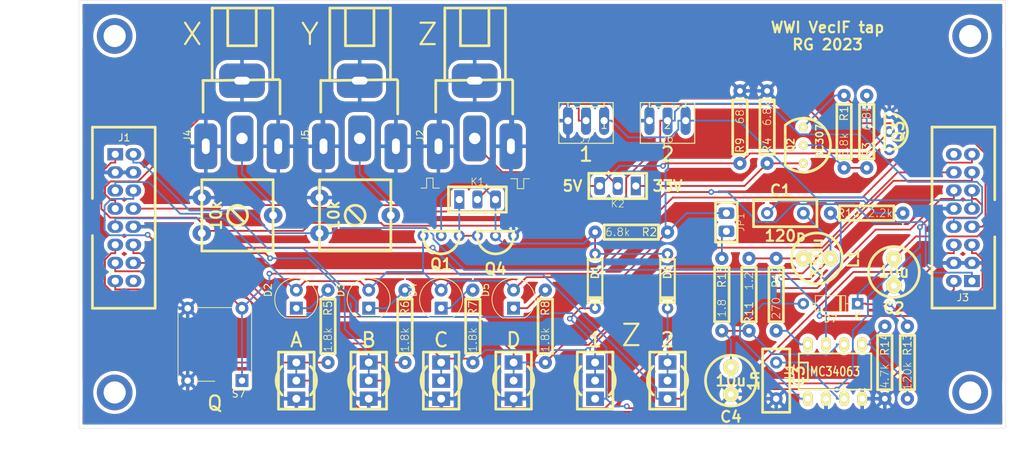
<source format=kicad_pcb>
(kicad_pcb (version 20211014) (generator pcbnew)
  (layers (0 "F.Cu" signal) (31 "B.Cu" signal) (34 "B.Paste" user) (35 "F.Paste" user) (36 "B.SilkS" user "B.Silkscreen") (37 "F.SilkS" user "F.Silkscreen") (38 "B.Mask" user) (39 "F.Mask" user) (44 "Edge.Cuts" user))
  (net 0 "")
  (net 1 "/Xout")
  (net 2 "GND")
  (net 3 "/Z1")
  (net 4 "/gun1")
  (net 5 "+5V")
  (net 6 "/GPIO5")
  (net 7 "/GPIO20")
  (net 8 "/isKEY")
  (net 9 "/Yout")
  (net 10 "/Z2")
  (net 11 "/gun2")
  (net 12 "/GPIO6")
  (net 13 "/GPIO21")
  (net 14 "Net-(C1-Pad1)")
  (net 15 "Net-(C1-Pad2)")
  (net 16 "Net-(J5-Pad1)")
  (net 17 "/33V")
  (net 18 "Net-(K1-Pad3)")
  (net 19 "Net-(C3-Pad1)")
  (net 20 "Net-(C4-Pad1)")
  (net 21 "Net-(D1-Pad1)")
  (net 22 "Net-(D1-Pad2)")
  (net 23 "Net-(D2-PadK)")
  (net 24 "Net-(D3-PadK)")
  (net 25 "Net-(D4-PadK)")
  (net 26 "Net-(D5-PadK)")
  (net 27 "Net-(D6-Pad1)")
  (net 29 "Net-(J2-Pad1)")
  (net 31 "Net-(J4-Pad1)")
  (net 32 "Net-(JP1-Pad1)")
  (net 33 "Net-(K1-Pad2)")
  (net 34 "Net-(K2-Pad3)")
  (net 35 "Net-(L1-Pad1)")
  (net 36 "Net-(Q3-PadD)")
  (net 37 "Net-(Q2-PadB)")
  (net 38 "Net-(R12-Pad2)")
  (net 39 "Net-(R13-Pad2)")
  (footprint "RG:Pins_2" (layer "F.Cu") (at 90.805 31.115 90)
    (fp_text reference "JP1")
    (fp_text value "Jumper_2_Open" hide)
  )
  (footprint "RG:Sw-T101-Um" (layer "F.Cu") (at 82.55 53.34 -90)
    (fp_text reference "S2" hide)
    (fp_text value "TASTERU" hide)
  )
  (footprint "RG:TO-92_RG_EBC" (layer "F.Cu") (at 101.6 20.32 90)
    (fp_text reference "Q2")
    (fp_text value "BC307")
  )
  (footprint "RG:R4-2" (layer "F.Cu") (at 96.52 17.78 90)
    (fp_text reference "R4")
    (fp_text value "6.8k")
  )
  (footprint "RG:Pins_3" (layer "F.Cu") (at 75.565 26.035)
    (fp_text reference "K2")
    (fp_text value "1UM" hide)
  )
  (footprint "RG:Bohrloch3mm" (layer "F.Cu") (at 125 55)
    (fp_text reference "Y1" hide)
    (fp_text value "3mm" hide)
  )
  (footprint "RG:R4-2" (layer "F.Cu") (at 110.49 18.415 90)
    (fp_text reference "R3")
    (fp_text value "6.8k")
  )
  (footprint "Diode_THT:D_DO-35_SOD27_P7.62mm_Horizontal" (layer "F.Cu") (at 109.22 42.545 180)
    (fp_text reference "D7")
    (fp_text value "1N4937")
  )
  (footprint "RG:Cinch_liegend" (layer "F.Cu") (at 55.499 19.3675 90)
    (fp_text reference "J2")
    (fp_text value "Z")
  )
  (footprint "RG:LED_D5.0mm" (layer "F.Cu") (at 40.64 41.91 90)
    (fp_text reference "D3")
    (fp_text value "LED")
  )
  (footprint "RG:R4-2" (layer "F.Cu") (at 45.72 45.72 -90)
    (fp_text reference "R6")
    (fp_text value "1.8k")
  )
  (footprint "RG:Cinch_liegend" (layer "F.Cu") (at 39.37 19.3675 90)
    (fp_text reference "J5")
    (fp_text value "Y")
  )
  (footprint "RG:Sw-T101-Um" (layer "F.Cu") (at 60.96 53.34 -90)
    (fp_text reference "S6" hide)
    (fp_text value "TASTERU" hide)
  )
  (footprint "RG:C2-2" (layer "F.Cu") (at 99.06 29.845)
    (fp_text reference "C1")
    (fp_text value "120p")
  )
  (footprint "RG:D3" (layer "F.Cu") (at 82.55 38.1 -90)
    (fp_text reference "D6")
    (fp_text value "BAT42" hide)
  )
  (footprint "RG:PSS_3" (layer "F.Cu") (at 71.12 16.8752)
    (fp_text reference "J7")
    (fp_text value "Conn_01x03" hide)
  )
  (footprint "RG:ACP-CA9V10-Trimmer" (layer "F.Cu") (at 38.735 30.1625 -90)
    (fp_text reference "RV2" hide)
    (fp_text value "10k")
  )
  (footprint "RG:R4-2" (layer "F.Cu") (at 65.405 45.72 -90)
    (fp_text reference "R8")
    (fp_text value "1.8k")
  )
  (footprint "RG:PSS_3" (layer "F.Cu") (at 82.55 16.8752)
    (fp_text reference "J6")
    (fp_text value "Conn_01x03" hide)
  )
  (footprint "RG:FETsgd_inline" (layer "F.Cu") (at 58.42 33.02 -90)
    (fp_text reference "Q4")
    (fp_text value "BS170" hide)
  )
  (footprint "RG:R4-2" (layer "F.Cu") (at 90.17 41.275 -90)
    (fp_text reference "R15")
    (fp_text value "1.8")
  )
  (footprint "RG:Bohrloch3mm" (layer "F.Cu") (at 125 5)
    (fp_text reference "Y3" hide)
    (fp_text value "3mm" hide)
  )
  (footprint "RG:Pins_3" (layer "F.Cu") (at 55.88 27.94 180)
    (fp_text reference "K1")
    (fp_text value "1UM" hide)
  )
  (footprint "RG:LED_D5.0mm" (layer "F.Cu") (at 30.48 41.91 90)
    (fp_text reference "D2")
    (fp_text value "LED")
  )
  (footprint "RG:R4-2" (layer "F.Cu") (at 116.205 50.8 -90)
    (fp_text reference "R13")
    (fp_text value "120k")
  )
  (footprint "RG:C2-2" (layer "F.Cu") (at 97.79 53.34 -90)
    (fp_text reference "C3")
    (fp_text value "1n")
  )
  (footprint "RG:Sw-T101-Um" (layer "F.Cu") (at 72.39 53.34 -90)
    (fp_text reference "S1" hide)
    (fp_text value "TASTERU" hide)
  )
  (footprint "RG:R4-2" (layer "F.Cu") (at 77.47 32.512 180)
    (fp_text reference "R2")
    (fp_text value "6.8k")
  )
  (footprint "RG:LED_D5.0mm" (layer "F.Cu") (at 50.8 41.91 90)
    (fp_text reference "D4")
    (fp_text value "LED")
  )
  (footprint "RG:R4-2" (layer "F.Cu") (at 110.49 29.845)
    (fp_text reference "R10")
    (fp_text value "2.2k")
  )
  (footprint "RG:R4-2" (layer "F.Cu") (at 107.315 18.415 -90)
    (fp_text reference "R1")
    (fp_text value "6.8k")
  )
  (footprint "RG:Bohrloch3mm" (layer "F.Cu") (at 5 55)
    (fp_text reference "Y2" hide)
    (fp_text value "3mm" hide)
  )
  (footprint "RG:Cinch_liegend" (layer "F.Cu") (at 22.86 19.3675 90)
    (fp_text reference "J4")
    (fp_text value "X")
  )
  (footprint "RG:Sw-T101-Um" (layer "F.Cu") (at 30.48 53.34 -90)
    (fp_text reference "S3" hide)
    (fp_text value "TASTERU" hide)
  )
  (footprint "RG:ACP-CA9V10-Trimmer" (layer "F.Cu") (at 22.225 30.1573 -90)
    (fp_text reference "RV1" hide)
    (fp_text value "10k")
  )
  (footprint "RG:Bohrloch3mm" (layer "F.Cu") (at 5 5)
    (fp_text reference "Y4" hide)
    (fp_text value "3mm" hide)
  )
  (footprint "RG:D3" (layer "F.Cu") (at 72.39 38.1 -90)
    (fp_text reference "D1")
    (fp_text value "BAT42" hide)
  )
  (footprint "RG:R4-2" (layer "F.Cu") (at 92.71 17.78 90)
    (fp_text reference "R9")
    (fp_text value "68k")
  )
  (footprint "RG:Wannenstecker_2x08_V" (layer "F.Cu") (at 125.25 39.37 180)
    (fp_text reference "J3")
    (fp_text value "Conn_02x08_Odd_Even")
  )
  (footprint "RG:DIP-8_300" (layer "F.Cu") (at 106.045 52.07)
    (fp_text reference "U1")
    (fp_text value "MC34063")
  )
  (footprint "RG:R4-2" (layer "F.Cu") (at 113.03 50.8 -90)
    (fp_text reference "R14")
    (fp_text value "4.7k")
  )
  (footprint "RG:C2-7" (layer "F.Cu") (at 103.505 36.195 -90)
    (fp_text reference "L1")
    (fp_text value "330u")
  )
  (footprint "RG:R4-2" (layer "F.Cu") (at 55.245 45.72 -90)
    (fp_text reference "R7")
    (fp_text value "1.8k")
  )
  (footprint "RG:R4-2" (layer "F.Cu") (at 97.79 41.275 -90)
    (fp_text reference "R12")
    (fp_text value "270")
  )
  (footprint "Button_Switch_THT:SW_MEC_5GTH9" (layer "F.Cu") (at 22.86 53.34 180)
    (fp_text reference "S7")
    (fp_text value "TASTER")
  )
  (footprint "RG:Sw-T101-Um" (layer "F.Cu") (at 50.8 53.34 -90)
    (fp_text reference "S5" hide)
    (fp_text value "TASTERU" hide)
  )
  (footprint "RG:Wannenstecker_2x08_V" (layer "F.Cu") (at 5.08 21.59)
    (fp_text reference "J1")
    (fp_text value "Conn_02x08_Odd_Even")
  )
  (footprint "RG:C2-7" (layer "F.Cu") (at 91.44 53.34 180)
    (fp_text reference "C4")
    (fp_text value "10u")
  )
  (footprint "RG:FETsgd_inline" (layer "F.Cu") (at 113.665 18.415)
    (fp_text reference "Q3")
    (fp_text value "2N7000" hide)
  )
  (footprint "RG:R4-2" (layer "F.Cu") (at 93.98 41.275 90)
    (fp_text reference "R11")
    (fp_text value "1.2")
  )
  (footprint "RG:C2-7" (layer "F.Cu") (at 114.3 38.1 180)
    (fp_text reference "C2")
    (fp_text value "10u")
  )
  (footprint "RG:Sw-T101-Um" (layer "F.Cu") (at 40.64 53.34 -90)
    (fp_text reference "S4" hide)
    (fp_text value "TASTERU" hide)
  )
  (footprint "RG:R4-2" (layer "F.Cu") (at 34.925 45.72 -90)
    (fp_text reference "R5")
    (fp_text value "1.8k")
  )
  (footprint "RG:LED_D5.0mm" (layer "F.Cu") (at 60.96 41.91 90)
    (fp_text reference "D5")
    (fp_text value "LED")
  )
  (footprint "RG:FETsgd_inline" (layer "F.Cu") (at 50.8 33.02 -90)
    (fp_text reference "Q1")
    (fp_text value "BS250" hide)
  )
  (gr_line (start 61.479 25.019) (end 61.479 26.419) (layer "F.SilkS") (width 0.12))
  (gr_line (start 49.661879 26.337467) (end 49.661879 24.937467) (layer "F.SilkS") (width 0.12))
  (gr_line (start 62.379 25.019) (end 63.179 25.019) (layer "F.SilkS") (width 0.12))
  (gr_line (start 60.579 25.019) (end 61.479 25.019) (layer "F.SilkS") (width 0.12))
  (gr_line (start 48.761879 26.337467) (end 47.961879 26.337467) (layer "F.SilkS") (width 0.12))
  (gr_line (start 49.661879 24.937467) (end 48.761879 24.937467) (layer "F.SilkS") (width 0.12))
  (gr_line (start 61.479 26.419) (end 62.379 26.419) (layer "F.SilkS") (width 0.12))
  (gr_line (start 48.761879 24.937467) (end 48.761879 26.337467) (layer "F.SilkS") (width 0.12))
  (gr_line (start 50.561879 26.337467) (end 49.661879 26.337467) (layer "F.SilkS") (width 0.12))
  (gr_line (start 62.379 26.419) (end 62.379 25.019) (layer "F.SilkS") (width 0.12))
  (gr_line (start 130 60) (end 0 60) (layer "Edge.Cuts") (width 0.05))
  (gr_line (start 0 0) (end 130 0) (layer "Edge.Cuts") (width 0.05))
  (gr_line (start 0 60) (end 0 0) (layer "Edge.Cuts") (width 0.05))
  (gr_line (start 130 0) (end 130 60) (layer "Edge.Cuts") (width 0.05))
  (gr_text "Q" (at 19.05 56.515) (layer "F.SilkS") (effects (font (size 2 2) (thickness 0.3))))
  (gr_text "C" (at 50.8 47.625) (layer "F.SilkS") (effects (font (size 2 2) (thickness 0.3))))
  (gr_text "Z" (at 48.894979 4.762467) (layer "F.SilkS") (effects (font (size 3 3) (thickness 0.3))))
  (gr_text "5V" (at 69.215 26.035) (layer "F.SilkS") (effects (font (size 1.5 1.5) (thickness 0.3))))
  (gr_text "1" (at 71.12 21.59) (layer "F.SilkS") (effects (font (size 2 2) (thickness 0.3))))
  (gr_text "A" (at 30.48 47.625) (layer "F.SilkS") (effects (font (size 2 2) (thickness 0.3))))
  (gr_text "D" (at 60.96 47.625) (layer "F.SilkS") (effects (font (size 2 2) (thickness 0.3))))
  (gr_text "WWI VecIF tap\nRG 2023" (at 105 5) (layer "F.SilkS") (effects (font (size 1.5 1.5) (thickness 0.3))))
  (gr_text "33V" (at 82.55 26.035) (layer "F.SilkS") (effects (font (size 1.5 1.5) (thickness 0.3))))
  (gr_text "X" (at 15.874979 4.762467) (layer "F.SilkS") (effects (font (size 3 3) (thickness 0.3))))
  (gr_text "Y" (at 32.384979 4.762467) (layer "F.SilkS") (effects (font (size 3 3) (thickness 0.3))))
  (gr_text "B" (at 40.64 47.625) (layer "F.SilkS") (effects (font (size 2 2) (thickness 0.3))))
  (gr_text "2" (at 82.55 17.51025) (layer "F.SilkS") (effects (font (size 1 1))))
  (gr_text "1" (at 72.39 47.625) (layer "F.SilkS") (effects (font (size 2 2) (thickness 0.3))))
  (gr_text "2" (at 82.55 21.59) (layer "F.SilkS") (effects (font (size 2 2) (thickness 0.3))))
  (gr_text "Z" (at 77.47 46.99) (layer "F.SilkS") (effects (font (size 3 3) (thickness 0.3))))
  (gr_text "2" (at 82.55 47.625) (layer "F.SilkS") (effects (font (size 2 2) (thickness 0.3))))
  (gr_text "1" (at 73.66 17.51025) (layer "F.SilkS") (effects (font (size 1 1))))
  (segment (start 70.3845 31.6091) (end 71.1965 30.7971) (width 0.25) (layer "F.Cu") (net 1))
  (segment (start 3.1463 29.2575) (end 4.3688 30.48) (width 0.25) (layer "F.Cu") (net 1))
  (segment (start 42.758 31.6091) (end 70.3845 31.6091) (width 0.25) (layer "F.Cu") (net 1))
  (segment (start 4.3688 30.48) (end 16.4715 30.48) (width 0.25) (layer "F.Cu") (net 1))
  (segment (start 42.3673 31.2184) (end 42.758 31.6091) (width 0.25) (layer "F.Cu") (net 1))
  (segment (start 3.1463 24.1113) (end 3.1463 29.2575) (width 0.25) (layer "F.Cu") (net 1))
  (segment (start 17.2237 32.3323) (end 31.4286 32.3323) (width 0.25) (layer "F.Cu") (net 1))
  (segment (start 17.2237 32.6573) (end 17.2237 32.3323) (width 0.25) (layer "F.Cu") (net 1))
  (segment (start 5.08 22.7651) (end 4.4925 22.7651) (width 0.25) (layer "F.Cu") (net 1))
  (segment (start 16.4715 30.48) (end 17.2237 31.2322) (width 0.25) (layer "F.Cu") (net 1))
  (segment (start 32.5425 31.2184) (end 42.3673 31.2184) (width 0.25) (layer "F.Cu") (net 1))
  (segment (start 4.4925 22.7651) (end 3.1463 24.1113) (width 0.25) (layer "F.Cu") (net 1))
  (segment (start 5.08 21.59) (end 5.08 22.7651) (width 0.25) (layer "F.Cu") (net 1))
  (segment (start 31.4286 32.3323) (end 32.5425 31.2184) (width 0.25) (layer "F.Cu") (net 1))
  (segment (start 78.4257 30.7971) (end 82.3365 26.8863) (width 0.25) (layer "F.Cu") (net 1))
  (segment (start 71.1965 30.7971) (end 78.4257 30.7971) (width 0.25) (layer "F.Cu") (net 1))
  (segment (start 17.2237 32.3323) (end 17.2237 31.2322) (width 0.25) (layer "F.Cu") (net 1))
  (segment (start 82.3365 26.8863) (end 88.6738 26.8863) (width 0.25) (layer "F.Cu") (net 1))
  (via (at 88.6738 26.8863) (size 0.8) (drill 0.4) (layers "F.Cu" "B.Cu") (net 1))
  (segment (start 118.2175 31.025) (end 118.763 31.5705) (width 0.25) (layer "B.Cu") (net 1))
  (segment (start 119.9285 38.1949) (end 125.25 38.1949) (width 0.25) (layer "B.Cu") (net 1))
  (segment (start 111.2304 31.1101) (end 117.6071 31.1101) (width 0.25) (layer "B.Cu") (net 1))
  (segment (start 117.6071 31.1101) (end 117.6922 31.025) (width 0.25) (layer "B.Cu") (net 1))
  (segment (start 117.6922 31.025) (end 118.2175 31.025) (width 0.25) (layer "B.Cu") (net 1))
  (segment (start 88.6738 26.8863) (end 90.9985 26.8863) (width 0.25) (layer "B.Cu") (net 1))
  (segment (start 97.7673 31.0639) (end 100.2437 28.5875) (width 0.25) (layer "B.Cu") (net 1))
  (segment (start 125.25 39.37) (end 125.25 38.1949) (width 0.25) (layer "B.Cu") (net 1))
  (segment (start 100.2437 28.5875) (end 108.7078 28.5875) (width 0.25) (layer "B.Cu") (net 1))
  (segment (start 118.763 37.0294) (end 119.9285 38.1949) (width 0.25) (layer "B.Cu") (net 1))
  (segment (start 108.7078 28.5875) (end 111.2304 31.1101) (width 0.25) (layer "B.Cu") (net 1))
  (segment (start 95.1761 31.0639) (end 97.7673 31.0639) (width 0.25) (layer "B.Cu") (net 1))
  (segment (start 90.9985 26.8863) (end 95.1761 31.0639) (width 0.25) (layer "B.Cu") (net 1))
  (segment (start 118.763 31.5705) (end 118.763 37.0294) (width 0.25) (layer "B.Cu") (net 1))
  (segment locked (start 50.8 55.88) (end 40.64 55.88) (width 0.5) (layer "B.Cu") (net 2))
  (segment locked (start 60.579 24.384) (end 60.96 24.765) (width 0.5) (layer "B.Cu") (net 2))
  (segment locked (start 39.37 11.2675) (end 34.1275 11.2675) (width 0.5) (layer "B.Cu") (net 2))
  (segment locked (start 93.345 55.245) (end 93.98 55.88) (width 0.5) (layer "B.Cu") (net 2))
  (segment locked (start 60.96 55.88) (end 50.8 55.88) (width 0.5) (layer "B.Cu") (net 2))
  (segment locked (start 17.3106 20.6829) (end 17.526 20.4675) (width 0.5) (layer "B.Cu") (net 2))
  (segment locked (start 118.745 48.26) (end 123.825 43.18) (width 0.5) (layer "B.Cu") (net 2))
  (segment locked (start 123.825 43.18) (end 127.635 43.18) (width 0.5) (layer "B.Cu") (net 2))
  (segment (start 50.419 20.4675) (end 50.6375 20.249) (width 0.5) (layer "B.Cu") (net 2))
  (segment locked (start 60.579 20.4675) (end 60.579 24.384) (width 0.5) (layer "B.Cu") (net 2))
  (segment locked (start 68.58 11.43) (end 68.58 16.8752) (width 0.5) (layer "B.Cu") (net 2))
  (segment (start 7.62 31.75) (end 10.795 31.75) (width 0.5) (layer "B.Cu") (net 2))
  (segment locked (start 9.0525 11.2675) (end 1.905 18.415) (width 0.5) (layer "B.Cu") (net 2))
  (segment locked (start 93.98 55.88) (end 97.79 55.88) (width 0.5) (layer "B.Cu") (net 2))
  (segment locked (start 91.44 55.245) (end 93.345 55.245) (width 0.5) (layer "B.Cu") (net 2))
  (segment locked (start 17.2237 27.6573) (end 17.2237 25.3213) (width 0.5) (layer "B.Cu") (net 2))
  (segment locked (start 118.745 58.42) (end 118.745 48.895) (width 0.5) (layer "B.Cu") (net 2))
  (segment locked (start 67.31 58.42) (end 97.79 58.42) (width 0.5) (layer "B.Cu") (net 2))
  (segment locked (start 60.7975 20.249) (end 60.579 20.4675) (width 0.5) (layer "B.Cu") (net 2))
  (segment locked (start 40.64 55.88) (end 30.48 55.88) (width 0.5) (layer "B.Cu") (net 2))
  (segment locked (start 34.1275 11.2675) (end 28.1025 11.2675) (width 0.5) (layer "B.Cu") (net 2))
  (segment locked (start 104.775 58.42) (end 109.855 58.42) (width 0.5) (layer "B.Cu") (net 2))
  (segment locked (start 125.25 36.83) (end 122.71 36.83) (width 0.5) (layer "B.Cu") (net 2))
  (segment locked (start 15.24 53.34) (end 15.24 43.18) (width 0.5) (layer "B.Cu") (net 2))
  (segment locked (start 96.52 12.7) (end 98.425 10.795) (width 0.5) (layer "B.Cu") (net 2))
  (segment locked (start 22.86 11.2675) (end 17.9425 11.2675) (width 0.5) (layer "B.Cu") (net 2))
  (segment locked (start 96.52 12.7) (end 92.71 12.7) (width 0.5) (layer "B.Cu") (net 2))
  (segment locked (start 97.79 58.42) (end 97.79 55.88) (width 0.5) (layer "B.Cu") (net 2))
  (segment (start 50.6375 20.249) (end 50.6375 11.2675) (width 0.5) (layer "B.Cu") (net 2))
  (segment locked (start 64.77 55.88) (end 67.31 58.42) (width 0.5) (layer "B.Cu") (net 2))
  (segment locked (start 113.03 55.88) (end 113.03 58.42) (width 0.5) (layer "B.Cu") (net 2))
  (segment locked (start 127.635 15.875) (end 127.635 36.83) (width 0.5) (layer "B.Cu") (net 2))
  (segment locked (start 15.24 55.88) (end 15.24 53.34) (width 0.5) (layer "B.Cu") (net 2))
  (segment locked (start 104.775 58.42) (end 104.775 55.88) (width 0.5) (layer "B.Cu") (net 2))
  (segment locked (start 113.665 15.875) (end 127.635 15.875) (width 0.5) (layer "B.Cu") (net 2))
  (segment locked (start 79.8475 11.2675) (end 91.2775 11.2675) (width 0.5) (layer "B.Cu") (net 2))
  (segment locked (start 7.62 24.13) (end 5.08 24.13) (width 0.5) (layer "B.Cu") (net 2))
  (segment locked (start 127.635 36.83) (end 125.25 36.83) (width 0.5) (layer "B.Cu") (net 2))
  (segment locked (start 34.036 11.359) (end 34.1275 11.2675) (width 0.5) (layer "B.Cu") (net 2))
  (segment locked (start 44.6125 11.2675) (end 39.37 11.2675) (width 0.5) (layer "B.Cu") (net 2))
  (segment locked (start 113.665 10.795) (end 113.665 15.875) (width 0.5) (layer "B.Cu") (net 2))
  (segment locked (start 17.2237 25.3213) (end 17.78 24.765) (width 0.5) (layer "B.Cu") (net 2))
  (segment locked (start 60.7975 11.2675) (end 67.7825 11.2675) (width 0.5) (layer "B.Cu") (net 2))
  (segment locked (start 60.579 20.4675) (end 60.325 20.2135) (width 0.5) (layer "B.Cu") (net 2))
  (segment locked (start 118.745 48.26) (end 118.745 48.895) (width 0.5) (layer "B.Cu") (net 2))
  (segment locked (start 17.9425 11.2675) (end 9.0525 11.2675) (width 0.5) (layer "B.Cu") (net 2))
  (segment locked (start 109.855 58.42) (end 109.855 55.88) (width 0.5) (layer "B.Cu") (net 2))
  (segment locked (start 30.48 55.88) (end 15.24 55.88) (width 0.5) (layer "B.Cu") (net 2))
  (segment locked (start 33.7337 27.6625) (end 33.7337 25.3213) (width 0.5) (layer "B.Cu") (net 2))
  (segment (start 119.38 29.21) (end 119.38 36.83) (width 0.5) (layer "B.Cu") (net 2))
  (segment locked (start 98.425 10.795) (end 113.665 10.795) (width 0.5) (layer "B.Cu") (net 2))
  (segment locked (start 55.88 11.2675) (end 55.499 11.2675) (width 0.5) (layer "B.Cu") (net 2))
  (segment locked (start 1.905 18.415) (end 1.905 24.13) (width 0.5) (layer "B.Cu") (net 2))
  (segment locked (start 118.745 44.45) (end 118.745 48.26) (width 0.5) (layer "B.Cu") (net 2))
  (segment locked (start 44.45 11.43) (end 44.45 20.4675) (width 0.5) (layer "B.Cu") (net 2))
  (segment locked (start 118.745 48.895) (end 118.745 48.26) (width 0.5) (layer "B.Cu") (net 2))
  (segment locked (start 27.94 11.43) (end 28.1025 11.2675) (width 0.5) (layer "B.Cu") (net 2))
  (segment locked (start 44.6125 11.2675) (end 44.45 11.43) (width 0.5) (layer "B.Cu") (net 2))
  (segment locked (start 60.7975 11.2675) (end 60.7975 20.249) (width 0.5) (layer "B.Cu") (net 2))
  (segment locked (start 34.1275 11.2675) (end 34.1275 20.305) (width 0.5) (layer "B.Cu") (net 2))
  (segment locked (start 60.96 55.88) (end 64.77 55.88) (width 0.5) (layer "B.Cu") (net 2))
  (segment (start 1.905 43.18) (end 10.795 43.18) (width 0.5) (layer "B.Cu") (net 2))
  (segment locked (start 67.7825 11.2675) (end 68.4175 11.2675) (width 0.5) (layer "B.Cu") (net 2))
  (segment locked (start 68.4175 11.2675) (end 79.8475 11.2675) (width 0.5) (layer "B.Cu") (net 2))
  (segment locked (start 33.7337 25.3213) (end 34.29 24.765) (width 0.5) (layer "B.Cu") (net 2))
  (segment locked (start 28.1025 11.2675) (end 22.86 11.2675) (width 0.5) (layer "B.Cu") (net 2))
  (segment (start 10.795 31.75) (end 10.795 43.18) (width 0.5) (layer "B.Cu") (net 2))
  (segment locked (start 34.29 24.765) (end 34.29 20.4675) (width 0.5) (layer "B.Cu") (net 2))
  (segment locked (start 1.905 24.13) (end 1.905 43.18) (width 0.5) (layer "B.Cu") (net 2))
  (segment locked (start 91.2775 11.2675) (end 92.71 12.7) (width 0.5) (layer "B.Cu") (net 2))
  (segment locked (start 67.7825 11.2675) (end 68.4175 11.2675) (width 0.5) (layer "B.Cu") (net 2))
  (segment locked (start 34.1275 20.305) (end 34.29 20.4675) (width 0.5) (layer "B.Cu") (net 2))
  (segment locked (start 113.03 55.88) (end 109.855 55.88) (width 0.5) (layer "B.Cu") (net 2))
  (segment (start 119.38 36.83) (end 122.71 36.83) (width 0.5) (layer "B.Cu") (net 2))
  (segment (start 55.499 11.2675) (end 50.6375 11.2675) (width 0.5) (layer "B.Cu") (net 2))
  (segment locked (start 17.78 24.765) (end 17.78 20.4675) (width 0.5) (layer "B.Cu") (net 2))
  (segment locked (start 60.96 24.765) (end 60.96 33.02) (width 0.5) (layer "B.Cu") (net 2))
  (segment (start 122.71 29.21) (end 119.38 29.21) (width 0.5) (layer "B.Cu") (net 2))
  (segment locked (start 80.01 16.8752) (end 80.01 11.43) (width 0.5) (layer "B.Cu") (net 2))
  (segment locked (start 17.9425 11.2675) (end 17.78 11.43) (width 0.5) (layer "B.Cu") (net 2))
  (segment locked (start 97.79 58.42) (end 104.775 58.42) (width 0.5) (layer "B.Cu") (net 2))
  (segment locked (start 55.88 11.2675) (end 60.7975 11.2675) (width 0.5) (layer "B.Cu") (net 2))
  (segment (start 10.795 43.18) (end 15.24 43.18) (width 0.5) (layer "B.Cu") (net 2))
  (segment locked (start 27.94 20.4675) (end 27.94 11.43) (width 0.5) (layer "B.Cu") (net 2))
  (segment locked (start 113.03 58.42) (end 118.745 58.42) (width 0.5) (layer "B.Cu") (net 2))
  (segment locked (start 17.78 27.3703) (end 17.493 27.6573) (width 0.5) (layer "B.Cu") (net 2))
  (segment locked (start 127.635 43.18) (end 127.635 36.83) (width 0.5) (layer "B.Cu") (net 2))
  (segment locked (start 1.905 24.13) (end 5.08 24.13) (width 0.5) (layer "B.Cu") (net 2))
  (segment (start 50.6375 11.2675) (end 44.6125 11.2675) (width 0.5) (layer "B.Cu") (net 2))
  (segment locked (start 68.4175 11.2675) (end 68.58 11.43) (width 0.5) (layer "B.Cu") (net 2))
  (segment locked (start 17.78 11.43) (end 17.78 20.4675) (width 0.5) (layer "B.Cu") (net 2))
  (segment locked (start 55.499 11.2675) (end 55.88 11.2675) (width 0.5) (layer "B.Cu") (net 2))
  (segment locked (start 34.29 27.1062) (end 33.7337 27.6625) (width 0.5) (layer "B.Cu") (net 2))
  (segment locked (start 80.01 11.43) (end 79.8475 11.2675) (width 0.5) (layer "B.Cu") (net 2))
  (segment locked (start 114.3 40.005) (end 118.745 44.45) (width 0.5) (layer "B.Cu") (net 2))
  (segment (start 125.25 34.29) (end 125.25 35.4651) (width 0.25) (layer "F.Cu") (net 3))
  (segment (start 125.25 35.4651) (end 125.8375 35.4651) (width 0.25) (layer "F.Cu") (net 3))
  (segment (start 126.7279 40.3058) (end 113.307 53.7267) (width 0.25) (layer "F.Cu") (net 3))
  (segment (start 113.307 53.7267) (end 89.3848 53.7267) (width 0.25) (layer "F.Cu") (net 3))
  (segment (start 77.1043 57.2047) (end 76.8373 56.9377) (width 0.25) (layer "F.Cu") (net 3))
  (segment (start 125.8375 35.4651) (end 126.7279 36.3555) (width 0.25) (layer "F.Cu") (net 3))
  (segment (start 89.3848 53.7267) (end 85.9068 57.2047) (width 0.25) (layer "F.Cu") (net 3))
  (segment (start 85.9068 57.2047) (end 77.1043 57.2047) (width 0.25) (layer "F.Cu") (net 3))
  (segment (start 126.7279 36.3555) (end 126.7279 40.3058) (width 0.25) (layer "F.Cu") (net 3))
  (via (at 76.8373 56.9377) (size 0.8) (drill 0.4) (layers "F.Cu" "B.Cu") (net 3))
  (segment (start 31.4489 34.7574) (end 38.8765 42.185) (width 0.25) (layer "B.Cu") (net 3))
  (segment (start 26.4096 34.7574) (end 31.4489 34.7574) (width 0.25) (layer "B.Cu") (net 3))
  (segment (start 72.39 55.88) (end 73.9648 55.88) (width 0.25) (layer "B.Cu") (net 3))
  (segment (start 65.3096 43.8782) (end 69.1564 43.8782) (width 0.25) (layer "B.Cu") (net 3))
  (segment (start 9.758 25.4949) (end 14.1909 29.9278) (width 0.25) (layer "B.Cu") (net 3))
  (segment (start 69.1564 43.8782) (end 73.9648 48.6866) (width 0.25) (layer "B.Cu") (net 3))
  (segment (start 5.08 25.4949) (end 9.758 25.4949) (width 0.25) (layer "B.Cu") (net 3))
  (segment (start 76.8373 56.9377) (end 75.0225 56.9377) (width 0.25) (layer "B.Cu") (net 3))
  (segment (start 38.8765 43.7099) (end 39.5835 44.4169) (width 0.25) (layer "B.Cu") (net 3))
  (segment (start 73.9648 48.6866) (end 73.9648 55.88) (width 0.25) (layer "B.Cu") (net 3))
  (segment (start 38.8765 42.185) (end 38.8765 43.7099) (width 0.25) (layer "B.Cu") (net 3))
  (segment (start 39.5835 44.4169) (end 64.7709 44.4169) (width 0.25) (layer "B.Cu") (net 3))
  (segment (start 5.08 26.67) (end 5.08 25.4949) (width 0.25) (layer "B.Cu") (net 3))
  (segment (start 21.58 29.9278) (end 26.4096 34.7574) (width 0.25) (layer "B.Cu") (net 3))
  (segment (start 64.7709 44.4169) (end 65.3096 43.8782) (width 0.25) (layer "B.Cu") (net 3))
  (segment (start 75.0225 56.9377) (end 73.9648 55.88) (width 0.25) (layer "B.Cu") (net 3))
  (segment (start 14.1909 29.9278) (end 21.58 29.9278) (width 0.25) (layer "B.Cu") (net 3))
  (segment (start 3.6391 27.1815) (end 4.4925 28.0349) (width 0.25) (layer "F.Cu") (net 4))
  (segment (start 101.6342 14.5393) (end 70.0964 14.5393) (width 0.25) (layer "F.Cu") (net 4))
  (segment (start 122.8606 17.2361) (end 104.331 17.2361) (width 0.25) (layer "F.Cu") (net 4))
  (segment (start 14.3289 19.3461) (end 8.275 25.4) (width 0.25) (layer "F.Cu") (net 4))
  (segment (start 104.331 17.2361) (end 101.6342 14.5393) (width 0.25) (layer "F.Cu") (net 4))
  (segment (start 3.6391 26.1784) (end 3.6391 27.1815) (width 0.25) (layer "F.Cu") (net 4))
  (segment (start 18.9099 14.5393) (end 14.3289 19.1203) (width 0.25) (layer "F.Cu") (net 4))
  (segment (start 4.4925 28.0349) (end 5.08 28.0349) (width 0.25) (layer "F.Cu") (net 4))
  (segment (start 8.275 25.4) (end 4.4175 25.4) (width 0.25) (layer "F.Cu") (net 4))
  (segment (start 127.139 21.5145) (end 122.8606 17.2361) (width 0.25) (layer "F.Cu") (net 4))
  (segment (start 70.0964 14.5393) (end 18.9099 14.5393) (width 0.25) (layer "F.Cu") (net 4))
  (segment (start 5.08 29.21) (end 5.08 28.0349) (width 0.25) (layer "F.Cu") (net 4))
  (segment (start 70.0964 14.5393) (end 70.0964 16.8752) (width 0.25) (layer "F.Cu") (net 4))
  (segment (start 14.3289 19.1203) (end 14.3289 19.3461) (width 0.25) (layer "F.Cu") (net 4))
  (segment (start 125.25 31.75) (end 126.6751 31.75) (width 0.25) (layer "F.Cu") (net 4))
  (segment (start 71.12 16.8752) (end 70.0964 16.8752) (width 0.25) (layer "F.Cu") (net 4))
  (segment (start 126.6751 31.75) (end 127.139 31.2861) (width 0.25) (layer "F.Cu") (net 4))
  (segment (start 127.139 31.2861) (end 127.139 21.5145) (width 0.25) (layer "F.Cu") (net 4))
  (segment (start 4.4175 25.4) (end 3.6391 26.1784) (width 0.25) (layer "F.Cu") (net 4))
  (segment (start 30.48 40.64) (end 31.733 39.387) (width 0.25) (layer "F.Cu") (net 5))
  (segment (start 76.2289 38.8331) (end 82.55 32.512) (width 0.25) (layer "F.Cu") (net 5))
  (segment (start 62.7669 38.8331) (end 76.2289 38.8331) (width 0.25) (layer "F.Cu") (net 5))
  (segment (start 31.733 39.387) (end 39.387 39.387) (width 0.25) (layer "F.Cu") (net 5))
  (segment (start 39.387 39.387) (end 40.64 40.64) (width 0.25) (layer "F.Cu") (net 5))
  (segment (start 60.96 40.64) (end 62.7669 38.8331) (width 0.25) (layer "F.Cu") (net 5))
  (segment (start 82.55 32.512) (end 85.217 29.845) (width 0.25) (layer "B.Cu") (net 5))
  (segment (start 5.08 31.75) (end 5.08 30.5749) (width 0.25) (layer "B.Cu") (net 5))
  (segment (start 85.217 29.845) (end 90.805 29.845) (width 0.25) (layer "B.Cu") (net 5))
  (segment (start 85.0354 16.8752) (end 84.0664 16.8752) (width 0.25) (layer "B.Cu") (net 5))
  (segment (start 82.55 32.512) (end 82.2731 32.2351) (width 0.25) (layer "B.Cu") (net 5))
  (segment (start 85.0354 16.8752) (end 85.09 16.8752) (width 0.25) (layer "B.Cu") (net 5))
  (segment (start 110.1995 27.6147) (end 103.2848 27.6147) (width 0.25) (layer "B.Cu") (net 5))
  (segment (start 59.6633 39.3433) (end 52.0967 39.3433) (width 0.25) (layer "B.Cu") (net 5))
  (segment (start 30.2412 40.64) (end 25.1777 35.5765) (width 0.25) (layer "B.Cu") (net 5))
  (segment (start 82.9614 19.2133) (end 82.6473 19.2133) (width 0.25) (layer "B.Cu") (net 5))
  (segment (start 25.1777 35.5765) (end 25.1777 35.4909) (width 0.25) (layer "B.Cu") (net 5))
  (segment (start 48.26 33.02) (end 48.26 38.1) (width 0.25) (layer "B.Cu") (net 5))
  (segment (start 84.0664 18.1083) (end 82.9614 19.2133) (width 0.25) (layer "B.Cu") (net 5))
  (segment (start 20.2617 30.5749) (end 5.08 30.5749) (width 0.25) (layer "B.Cu") (net 5))
  (segment (start 125.25 29.21) (end 125.25 28.0349) (width 0.25) (layer "B.Cu") (net 5))
  (segment (start 48.26 38.1) (end 43.18 38.1) (width 0.25) (layer "B.Cu") (net 5))
  (segment (start 82.2731 23.8959) (end 82.6473 23.5217) (width 0.25) (layer "B.Cu") (net 5))
  (segment (start 30.48 40.64) (end 30.2412 40.64) (width 0.25) (layer "B.Cu") (net 5))
  (segment (start 92.5453 16.8752) (end 85.09 16.8752) (width 0.25) (layer "B.Cu") (net 5))
  (segment (start 82.6473 19.2133) (end 77.0217 19.2133) (width 0.25) (layer "B.Cu") (net 5))
  (segment (start 25.1777 35.4909) (end 20.2617 30.5749) (width 0.25) (layer "B.Cu") (net 5))
  (segment (start 48.26 38.1) (end 50.8 40.64) (width 0.25) (layer "B.Cu") (net 5))
  (segment (start 77.0217 19.2133) (end 74.6836 16.8752) (width 0.25) (layer "B.Cu") (net 5))
  (segment (start 43.18 38.1) (end 40.64 40.64) (width 0.25) (layer "B.Cu") (net 5))
  (segment (start 60.96 40.64) (end 59.6633 39.3433) (width 0.25) (layer "B.Cu") (net 5))
  (segment (start 82.2731 32.2351) (end 82.2731 23.8959) (width 0.25) (layer "B.Cu") (net 5))
  (segment (start 84.0664 16.8752) (end 84.0664 18.1083) (width 0.25) (layer "B.Cu") (net 5))
  (segment (start 103.2848 27.6147) (end 92.5453 16.8752) (width 0.25) (layer "B.Cu") (net 5))
  (segment (start 52.0967 39.3433) (end 50.8 40.64) (width 0.25) (layer "B.Cu") (net 5))
  (segment (start 82.6473 23.5217) (end 82.6473 19.2133) (width 0.25) (layer "B.Cu") (net 5))
  (segment (start 110.6197 28.0349) (end 110.1995 27.6147) (width 0.25) (layer "B.Cu") (net 5))
  (segment (start 125.25 28.0349) (end 110.6197 28.0349) (width 0.25) (layer "B.Cu") (net 5))
  (segment (start 73.66 16.8752) (end 74.6836 16.8752) (width 0.25) (layer "B.Cu") (net 5))
  (segment (start 125.9629 30.48) (end 126.6888 29.7541) (width 0.25) (layer "F.Cu") (net 6))
  (segment (start 125.25 26.67) (end 125.25 27.8451) (width 0.25) (layer "F.Cu") (net 6))
  (segment (start 119.285 30.48) (end 125.9629 30.48) (width 0.25) (layer "F.Cu") (net 6))
  (segment (start 30.48 53.34) (end 35.3911 53.34) (width 0.25) (layer "F.Cu") (net 6))
  (segment (start 96.4364 54.5388) (end 106.2493 54.5388) (width 0.25) (layer "F.Cu") (net 6))
  (segment (start 3.6336 39.9082) (end 3.6336 36.3587) (width 0.25) (layer "F.Cu") (net 6))
  (segment (start 5.08 34.29) (end 5.08 35.4651) (width 0.25) (layer "F.Cu") (net 6))
  (segment (start 35.3911 53.34) (end 39.7652 57.7141) (width 0.25) (layer "F.Cu") (net 6))
  (segment (start 117.9526 31.8124) (end 119.285 30.48) (width 0.25) (layer "F.Cu") (net 6))
  (segment (start 126.6888 29.7541) (end 126.6888 28.7312) (width 0.25) (layer "F.Cu") (net 6))
  (segment (start 14.5254 50.8) (end 3.6336 39.9082) (width 0.25) (layer "F.Cu") (net 6))
  (segment (start 4.5272 35.4651) (end 5.08 35.4651) (width 0.25) (layer "F.Cu") (net 6))
  (segment (start 34.925 50.8) (end 30.48 50.8) (width 0.25) (layer "F.Cu") (net 6))
  (segment (start 39.7652 57.7141) (end 93.2611 57.7141) (width 0.25) (layer "F.Cu") (net 6))
  (segment (start 93.2611 57.7141) (end 96.4364 54.5388) (width 0.25) (layer "F.Cu") (net 6))
  (segment (start 3.6336 36.3587) (end 4.5272 35.4651) (width 0.25) (layer "F.Cu") (net 6))
  (segment (start 106.2493 54.5388) (end 106.2975 54.587) (width 0.25) (layer "F.Cu") (net 6))
  (segment (start 30.48 50.8) (end 14.5254 50.8) (width 0.25) (layer "F.Cu") (net 6))
  (segment (start 125.8027 27.8451) (end 125.25 27.8451) (width 0.25) (layer "F.Cu") (net 6))
  (segment (start 126.6888 28.7312) (end 125.8027 27.8451) (width 0.25) (layer "F.Cu") (net 6))
  (via (at 117.9526 31.8124) (size 0.8) (drill 0.4) (layers "F.Cu" "B.Cu") (net 6))
  (via (at 106.2975 54.587) (size 0.8) (drill 0.4) (layers "F.Cu" "B.Cu") (net 6))
  (segment (start 106.2975 54.587) (end 108.5452 52.3393) (width 0.25) (layer "B.Cu") (net 6))
  (segment (start 114.1541 38.1) (end 114.4486 38.1) (width 0.25) (layer "B.Cu") (net 6))
  (segment (start 108.5452 52.3393) (end 108.5452 46.2698) (width 0.25) (layer "B.Cu") (net 6))
  (segment (start 110.6637 44.1513) (end 110.6637 41.5904) (width 0.25) (layer "B.Cu") (net 6))
  (segment (start 114.4486 38.1) (end 117.9526 34.596) (width 0.25) (layer "B.Cu") (net 6))
  (segment (start 30.48 53.34) (end 30.48 50.8) (width 0.25) (layer "B.Cu") (net 6))
  (segment (start 110.6637 41.5904) (end 114.1541 38.1) (width 0.25) (layer "B.Cu") (net 6))
  (segment (start 117.9526 34.596) (end 117.9526 31.8124) (width 0.25) (layer "B.Cu") (net 6))
  (segment (start 108.5452 46.2698) (end 110.6637 44.1513) (width 0.25) (layer "B.Cu") (net 6))
  (segment (start 101.5226 38.2877) (end 103.3457 36.4646) (width 0.25) (layer "F.Cu") (net 7))
  (segment (start 103.3457 36.4646) (end 103.3457 36.2181) (width 0.25) (layer "F.Cu") (net 7))
  (segment (start 31.0684 48.1373) (end 48.6871 48.1373) (width 0.25) (layer "F.Cu") (net 7))
  (segment (start 54.6952 50.2502) (end 55.245 50.8) (width 0.25) (layer "F.Cu") (net 7))
  (segment (start 5.08 36.83) (end 5.08 38.0051) (width 0.25) (layer "F.Cu") (net 7))
  (segment (start 103.3457 36.2181) (end 114.2587 25.3051) (width 0.25) (layer "F.Cu") (net 7))
  (segment (start 82.1637 38.2877) (end 101.5226 38.2877) (width 0.25) (layer "F.Cu") (net 7))
  (segment (start 20.9362 38.0051) (end 31.0684 48.1373) (width 0.25) (layer "F.Cu") (net 7))
  (segment (start 50.8 50.2502) (end 54.6952 50.2502) (width 0.25) (layer "F.Cu") (net 7))
  (segment (start 5.08 38.0051) (end 20.9362 38.0051) (width 0.25) (layer "F.Cu") (net 7))
  (segment (start 125.25 24.13) (end 125.25 25.3051) (width 0.25) (layer "F.Cu") (net 7))
  (segment (start 114.2587 25.3051) (end 125.25 25.3051) (width 0.25) (layer "F.Cu") (net 7))
  (segment (start 71.3964 49.055) (end 82.1637 38.2877) (width 0.25) (layer "F.Cu") (net 7))
  (segment (start 50.8 50.8) (end 50.8 50.2502) (width 0.25) (layer "F.Cu") (net 7))
  (segment (start 48.6871 48.1373) (end 50.8 50.2502) (width 0.25) (layer "F.Cu") (net 7))
  (via (at 71.3964 49.055) (size 0.8) (drill 0.4) (layers "F.Cu" "B.Cu") (net 7))
  (segment (start 55.245 50.8) (end 56.99 49.055) (width 0.25) (layer "B.Cu") (net 7))
  (segment (start 50.8 53.34) (end 50.8 50.8) (width 0.25) (layer "B.Cu") (net 7))
  (segment (start 56.99 49.055) (end 71.3964 49.055) (width 0.25) (layer "B.Cu") (net 7))
  (segment (start 125.25 21.59) (end 125.25 22.7651) (width 0.25) (layer "F.Cu") (net 8))
  (segment (start 5.08 40.5451) (end 20.2251 40.5451) (width 0.25) (layer "F.Cu") (net 8))
  (segment (start 83.2846 27.6602) (end 72.6074 38.3374) (width 0.25) (layer "F.Cu") (net 8))
  (segment (start 125.25 22.7651) (end 114.7823 22.7651) (width 0.25) (layer "F.Cu") (net 8))
  (segment (start 72.6074 38.3374) (end 26.7061 38.3374) (width 0.25) (layer "F.Cu") (net 8))
  (segment (start 5.08 39.37) (end 5.08 40.5451) (width 0.25) (layer "F.Cu") (net 8))
  (segment (start 114.7823 22.7651) (end 109.8872 27.6602) (width 0.25) (layer "F.Cu") (net 8))
  (segment (start 20.2251 40.5451) (end 22.86 43.18) (width 0.25) (layer "F.Cu") (net 8))
  (segment (start 109.8872 27.6602) (end 83.2846 27.6602) (width 0.25) (layer "F.Cu") (net 8))
  (via (at 26.7061 38.3374) (size 0.8) (drill 0.4) (layers "F.Cu" "B.Cu") (net 8))
  (segment (start 22.86 43.18) (end 26.7061 39.3339) (width 0.25) (layer "B.Cu") (net 8))
  (segment (start 22.86 52.1149) (end 22.86 43.18) (width 0.25) (layer "B.Cu") (net 8))
  (segment (start 26.7061 39.3339) (end 26.7061 38.3374) (width 0.25) (layer "B.Cu") (net 8))
  (segment (start 22.86 53.34) (end 22.86 52.1149) (width 0.25) (layer "B.Cu") (net 8))
  (segment (start 122.71 40.5451) (end 118.9789 44.2762) (width 0.25) (layer "F.Cu") (net 9))
  (segment (start 122.71 39.37) (end 122.71 40.5451) (width 0.25) (layer "F.Cu") (net 9))
  (segment (start 118.9789 44.2762) (end 103.8762 44.2762) (width 0.25) (layer "F.Cu") (net 9))
  (via (at 103.8762 44.2762) (size 0.8) (drill 0.4) (layers "F.Cu" "B.Cu") (net 9))
  (segment (start 23.7459 29.4776) (end 26.9308 32.6625) (width 0.25) (layer "B.Cu") (net 9))
  (segment (start 33.7337 32.6625) (end 33.9452 32.6625) (width 0.25) (layer "B.Cu") (net 9))
  (segment (start 26.9308 32.6625) (end 33.7337 32.6625) (width 0.25) (layer "B.Cu") (net 9))
  (segment (start 15.5076 29.4776) (end 23.7459 29.4776) (width 0.25) (layer "B.Cu") (net 9))
  (segment (start 7.62 21.59) (end 7.62 22.7651) (width 0.25) (layer "B.Cu") (net 9))
  (segment (start 8.7951 22.7651) (end 15.5076 29.4776) (width 0.25) (layer "B.Cu") (net 9))
  (segment (start 34.5463 32.6625) (end 35.3588 32.6625) (width 0.25) (layer "B.Cu") (net 9))
  (segment (start 36.0887 31.9326) (end 48.7113 31.9326) (width 0.25) (layer "B.Cu") (net 9))
  (segment (start 49.7128 32.9341) (end 49.7128 33.4806) (width 0.25) (layer "B.Cu") (net 9))
  (segment (start 48.7113 31.9326) (end 49.7128 32.9341) (width 0.25) (layer "B.Cu") (net 9))
  (segment (start 35.3588 32.6625) (end 36.0887 31.9326) (width 0.25) (layer "B.Cu") (net 9))
  (segment (start 49.7128 33.4806) (end 54.0327 37.8005) (width 0.25) (layer "B.Cu") (net 9))
  (segment (start 103.8762 43.1554) (end 103.8762 44.2762) (width 0.25) (layer "B.Cu") (net 9))
  (segment (start 98.5213 37.8005) (end 103.8762 43.1554) (width 0.25) (layer "B.Cu") (net 9))
  (segment (start 54.0327 37.8005) (end 98.5213 37.8005) (width 0.25) (layer "B.Cu") (net 9))
  (segment (start 34.5463 32.6625) (end 33.9452 32.6625) (width 0.25) (layer "B.Cu") (net 9))
  (segment (start 7.62 22.7651) (end 8.7951 22.7651) (width 0.25) (layer "B.Cu") (net 9))
  (segment (start 108.6275 38.1) (end 93.451 53.2765) (width 0.25) (layer "F.Cu") (net 10))
  (segment (start 11.4409 34.6896) (end 49.619 34.6896) (width 0.25) (layer "F.Cu") (net 10))
  (segment (start 85.8933 55.88) (end 82.55 55.88) (width 0.25) (layer "F.Cu") (net 10))
  (segment (start 122.71 35.4651) (end 121.5349 35.4651) (width 0.25) (layer "F.Cu") (net 10))
  (segment (start 93.451 53.2765) (end 88.4968 53.2765) (width 0.25) (layer "F.Cu") (net 10))
  (segment (start 121.5349 35.4651) (end 118.9 38.1) (width 0.25) (layer "F.Cu") (net 10))
  (segment (start 9.6325 32.8812) (end 11.4409 34.6896) (width 0.25) (layer "F.Cu") (net 10))
  (segment (start 118.9 38.1) (end 108.6275 38.1) (width 0.25) (layer "F.Cu") (net 10))
  (segment (start 122.71 34.29) (end 122.71 35.4651) (width 0.25) (layer "F.Cu") (net 10))
  (segment (start 88.4968 53.2765) (end 85.8933 55.88) (width 0.25) (layer "F.Cu") (net 10))
  (via (at 9.6325 32.8812) (size 0.8) (drill 0.4) (layers "F.Cu" "B.Cu") (net 10))
  (via (at 49.619 34.6896) (size 0.8) (drill 0.4) (layers "F.Cu" "B.Cu") (net 10))
  (segment (start 65.0747 38.4664) (end 80.9752 54.3669) (width 0.25) (layer "B.Cu") (net 10))
  (segment (start 3.5861 32.2527) (end 4.284 32.9506) (width 0.25) (layer "B.Cu") (net 10))
  (segment (start 3.5861 28.7854) (end 3.5861 32.2527) (width 0.25) (layer "B.Cu") (net 10))
  (segment (start 4.5264 27.8451) (end 3.5861 28.7854) (width 0.25) (layer "B.Cu") (net 10))
  (segment (start 53.3958 38.4664) (end 65.0747 38.4664) (width 0.25) (layer "B.Cu") (net 10))
  (segment (start 49.619 34.6896) (end 53.3958 38.4664) (width 0.25) (layer "B.Cu") (net 10))
  (segment (start 80.9752 54.3669) (end 80.9752 55.88) (width 0.25) (layer "B.Cu") (net 10))
  (segment (start 7.62 27.8451) (end 4.5264 27.8451) (width 0.25) (layer "B.Cu") (net 10))
  (segment (start 7.62 26.67) (end 7.62 27.8451) (width 0.25) (layer "B.Cu") (net 10))
  (segment (start 82.55 55.88) (end 80.9752 55.88) (width 0.25) (layer "B.Cu") (net 10))
  (segment (start 9.5631 32.9506) (end 9.6325 32.8812) (width 0.25) (layer "B.Cu") (net 10))
  (segment (start 4.284 32.9506) (end 9.5631 32.9506) (width 0.25) (layer "B.Cu") (net 10))
  (segment (start 75.7928 29.6172) (end 48.8494 29.6172) (width 0.25) (layer "F.Cu") (net 11))
  (segment (start 48.8494 29.6172) (end 47.9664 28.7342) (width 0.25) (layer "F.Cu") (net 11))
  (segment (start 47.9664 28.7342) (end 39.7674 28.7342) (width 0.25) (layer "F.Cu") (net 11))
  (segment (start 19.7096 29.21) (end 7.62 29.21) (width 0.25) (layer "F.Cu") (net 11))
  (segment (start 76.7487 24.91) (end 76.7487 28.6613) (width 0.25) (layer "F.Cu") (net 11))
  (segment (start 76.7487 28.6613) (end 75.7928 29.6172) (width 0.25) (layer "F.Cu") (net 11))
  (segment (start 81.5264 20.1323) (end 76.7487 24.91) (width 0.25) (layer "F.Cu") (net 11))
  (segment (start 32.1514 28.7177) (end 20.2019 28.7177) (width 0.25) (layer "F.Cu") (net 11))
  (segment (start 39.7674 28.7342) (end 39.3964 29.1052) (width 0.25) (layer "F.Cu") (net 11))
  (segment (start 81.5264 16.8752) (end 81.5264 20.1323) (width 0.25) (layer "F.Cu") (net 11))
  (segment (start 20.2019 28.7177) (end 19.7096 29.21) (width 0.25) (layer "F.Cu") (net 11))
  (segment (start 32.5389 29.1052) (end 32.1514 28.7177) (width 0.25) (layer "F.Cu") (net 11))
  (segment (start 82.55 16.8752) (end 81.5264 16.8752) (width 0.25) (layer "F.Cu") (net 11))
  (segment (start 39.3964 29.1052) (end 32.5389 29.1052) (width 0.25) (layer "F.Cu") (net 11))
  (segment (start 109.6219 18.7863) (end 116.2857 25.4501) (width 0.25) (layer "B.Cu") (net 11))
  (segment (start 116.2857 25.4501) (end 125.9473 25.4501) (width 0.25) (layer "B.Cu") (net 11))
  (segment (start 84.703 14.4948) (end 96.7404 14.4948) (width 0.25) (layer "B.Cu") (net 11))
  (segment (start 82.55 16.8752) (end 83.5736 16.8752) (width 0.25) (layer "B.Cu") (net 11))
  (segment (start 126.6821 26.1849) (end 126.6821 29.7372) (width 0.25) (layer "B.Cu") (net 11))
  (segment (start 125.8444 30.5749) (end 122.71 30.5749) (width 0.25) (layer "B.Cu") (net 11))
  (segment (start 83.5736 15.6242) (end 84.703 14.4948) (width 0.25) (layer "B.Cu") (net 11))
  (segment (start 83.5736 16.8752) (end 83.5736 15.6242) (width 0.25) (layer "B.Cu") (net 11))
  (segment (start 125.9473 25.4501) (end 126.6821 26.1849) (width 0.25) (layer "B.Cu") (net 11))
  (segment (start 101.0319 18.7863) (end 109.6219 18.7863) (width 0.25) (layer "B.Cu") (net 11))
  (segment (start 96.7404 14.4948) (end 101.0319 18.7863) (width 0.25) (layer "B.Cu") (net 11))
  (segment (start 126.6821 29.7372) (end 125.8444 30.5749) (width 0.25) (layer "B.Cu") (net 11))
  (segment (start 122.71 31.75) (end 122.71 30.5749) (width 0.25) (layer "B.Cu") (net 11))
  (segment (start 111.7589 32.1524) (end 103.5544 40.3569) (width 0.25) (layer "F.Cu") (net 12))
  (segment (start 75.7175 54.905) (end 75.7175 55.2644) (width 0.25) (layer "F.Cu") (net 12))
  (segment (start 7.62 34.29) (end 7.62 35.4651) (width 0.25) (layer "F.Cu") (net 12))
  (segment (start 40.64 50.8) (end 45.72 50.8) (width 0.25) (layer "F.Cu") (net 12))
  (segment (start 122.71 26.67) (end 122.71 27.8451) (width 0.25) (layer "F.Cu") (net 12))
  (segment (start 122.71 27.8451) (end 120.8946 27.8451) (width 0.25) (layer "F.Cu") (net 12))
  (segment (start 26.0917 35.4651) (end 7.62 35.4651) (width 0.25) (layer "F.Cu") (net 12))
  (segment (start 73.7772 57.2047) (end 46.6169 57.2047) (width 0.25) (layer "F.Cu") (net 12))
  (segment (start 42.7522 53.34) (end 40.64 53.34) (width 0.25) (layer "F.Cu") (net 12))
  (segment (start 75.7175 55.2644) (end 73.7772 57.2047) (width 0.25) (layer "F.Cu") (net 12))
  (segment (start 103.5544 40.3569) (end 90.2656 40.3569) (width 0.25) (layer "F.Cu") (net 12))
  (segment (start 26.8029 36.1763) (end 26.0917 35.4651) (width 0.25) (layer "F.Cu") (net 12))
  (segment (start 120.8946 27.8451) (end 116.5873 32.1524) (width 0.25) (layer "F.Cu") (net 12))
  (segment (start 90.2656 40.3569) (end 75.7175 54.905) (width 0.25) (layer "F.Cu") (net 12))
  (segment (start 46.6169 57.2047) (end 42.7522 53.34) (width 0.25) (layer "F.Cu") (net 12))
  (segment (start 116.5873 32.1524) (end 111.7589 32.1524) (width 0.25) (layer "F.Cu") (net 12))
  (via (at 26.8029 36.1763) (size 0.8) (drill 0.4) (layers "F.Cu" "B.Cu") (net 12))
  (segment (start 32.2312 36.1763) (end 37.2766 41.2217) (width 0.25) (layer "B.Cu") (net 12))
  (segment (start 40.64 50.8) (end 40.64 49.4754) (width 0.25) (layer "B.Cu") (net 12))
  (segment (start 26.8029 36.1763) (end 32.2312 36.1763) (width 0.25) (layer "B.Cu") (net 12))
  (segment (start 37.2766 46.112) (end 40.64 49.4754) (width 0.25) (layer "B.Cu") (net 12))
  (segment (start 40.64 53.34) (end 40.64 50.8) (width 0.25) (layer "B.Cu") (net 12))
  (segment (start 37.2766 41.2217) (end 37.2766 46.112) (width 0.25) (layer "B.Cu") (net 12))
  (segment (start 104.2362 34.6909) (end 114.7971 24.13) (width 0.25) (layer "F.Cu") (net 13))
  (segment (start 71.4849 48.3299) (end 85.1239 34.6909) (width 0.25) (layer "F.Cu") (net 13))
  (segment (start 21.0698 36.83) (end 28.645 44.4052) (width 0.25) (layer "F.Cu") (net 13))
  (segment (start 85.1239 34.6909) (end 104.2362 34.6909) (width 0.25) (layer "F.Cu") (net 13))
  (segment (start 28.645 44.4052) (end 55.8898 44.4052) (width 0.25) (layer "F.Cu") (net 13))
  (segment (start 65.405 50.8) (end 67.8751 48.3299) (width 0.25) (layer "F.Cu") (net 13))
  (segment (start 60.96 50.8) (end 60.96 49.4754) (width 0.25) (layer "F.Cu") (net 13))
  (segment (start 55.8898 44.4052) (end 60.96 49.4754) (width 0.25) (layer "F.Cu") (net 13))
  (segment (start 114.7971 24.13) (end 122.71 24.13) (width 0.25) (layer "F.Cu") (net 13))
  (segment (start 7.62 36.83) (end 21.0698 36.83) (width 0.25) (layer "F.Cu") (net 13))
  (segment (start 67.8751 48.3299) (end 71.4849 48.3299) (width 0.25) (layer "F.Cu") (net 13))
  (segment (start 65.405 50.8) (end 60.96 50.8) (width 0.25) (layer "B.Cu") (net 13))
  (segment (start 60.96 53.34) (end 60.96 50.8) (width 0.25) (layer "B.Cu") (net 13))
  (segment (start 111.7932 29.845) (end 110.0686 28.1204) (width 0.25) (layer "B.Cu") (net 14))
  (segment (start 98.2446 28.1204) (end 96.52 29.845) (width 0.25) (layer "B.Cu") (net 14))
  (segment (start 115.57 29.845) (end 111.7932 29.845) (width 0.25) (layer "B.Cu") (net 14))
  (segment (start 110.0686 28.1204) (end 98.2446 28.1204) (width 0.25) (layer "B.Cu") (net 14))
  (segment (start 105.41 36.195) (end 102.5178 39.0872) (width 0.25) (layer "F.Cu") (net 15))
  (segment (start 102.5178 39.0872) (end 98.495 39.0872) (width 0.25) (layer "F.Cu") (net 15))
  (via (at 98.495 39.0872) (size 0.8) (drill 0.4) (layers "F.Cu" "B.Cu") (net 15))
  (segment (start 102.235 55.88) (end 101.1787 55.88) (width 0.25) (layer "B.Cu") (net 15))
  (segment (start 95.9662 42.545) (end 98.495 42.545) (width 0.25) (layer "B.Cu") (net 15))
  (segment (start 92.7198 45.7914) (end 95.9662 42.545) (width 0.25) (layer "B.Cu") (net 15))
  (segment (start 105.41 36.195) (end 105.41 33.655) (width 0.25) (layer "B.Cu") (net 15))
  (segment (start 92.7198 47.4211) (end 92.7198 45.7914) (width 0.25) (layer "B.Cu") (net 15))
  (segment (start 98.495 42.545) (end 101.6 42.545) (width 0.25) (layer "B.Cu") (net 15))
  (segment (start 98.495 39.0872) (end 98.495 42.545) (width 0.25) (layer "B.Cu") (net 15))
  (segment (start 101.1787 55.88) (end 92.7198 47.4211) (width 0.25) (layer "B.Cu") (net 15))
  (segment (start 105.41 33.655) (end 101.6 29.845) (width 0.25) (layer "B.Cu") (net 15))
  (segment (start 39.37 24.3711) (end 39.37 19.3675) (width 0.25) (layer "B.Cu") (net 16))
  (segment (start 43.7363 30.1625) (end 43.7363 28.7374) (width 0.25) (layer "B.Cu") (net 16))
  (segment (start 43.7363 28.7374) (end 39.37 24.3711) (width 0.25) (layer "B.Cu") (net 16))
  (segment (start 113.7299 42.6281) (end 110.4282 42.6281) (width 0.25) (layer "F.Cu") (net 17))
  (segment (start 117.3802 33.1148) (end 126.0198 33.1148) (width 0.25) (layer "F.Cu") (net 17))
  (segment (start 114.3 36.195) (end 117.3802 33.1148) (width 0.25) (layer "F.Cu") (net 17))
  (segment (start 127.6111 21.2701) (end 120.9262 14.5852) (width 0.25) (layer "F.Cu") (net 17))
  (segment (start 126.0198 33.1148) (end 127.6111 31.5235) (width 0.25) (layer "F.Cu") (net 17))
  (segment (start 109.22 42.545) (end 110.3451 42.545) (width 0.25) (layer "F.Cu") (net 17))
  (segment (start 110.4282 42.6281) (end 110.3451 42.545) (width 0.25) (layer "F.Cu") (net 17))
  (segment (start 120.9262 14.5852) (end 108.5652 14.5852) (width 0.25) (layer "F.Cu") (net 17))
  (segment (start 108.5652 14.5852) (end 107.315 13.335) (width 0.25) (layer "F.Cu") (net 17))
  (segment (start 127.6111 31.5235) (end 127.6111 21.2701) (width 0.25) (layer "F.Cu") (net 17))
  (via (at 113.7299 42.6281) (size 0.8) (drill 0.4) (layers "F.Cu" "B.Cu") (net 17))
  (segment (start 106.045 13.335) (end 101.6 17.78) (width 0.25) (layer "B.Cu") (net 17))
  (segment (start 116.205 45.1032) (end 113.7299 42.6281) (width 0.25) (layer "B.Cu") (net 17))
  (segment (start 109.22 41.275) (end 109.22 42.545) (width 0.25) (layer "B.Cu") (net 17))
  (segment (start 114.3 36.195) (end 109.22 41.275) (width 0.25) (layer "B.Cu") (net 17))
  (segment (start 116.205 45.72) (end 116.205 45.1032) (width 0.25) (layer "B.Cu") (net 17))
  (segment (start 107.315 13.335) (end 106.045 13.335) (width 0.25) (layer "B.Cu") (net 17))
  (segment (start 53.34 33.02) (end 55.88 33.02) (width 0.25) (layer "F.Cu") (net 18))
  (segment (start 53.34 33.02) (end 53.34 27.94) (width 0.25) (layer "B.Cu") (net 18))
  (segment (start 106.2914 55.88) (end 106.2914 55.6241) (width 0.25) (layer "B.Cu") (net 19))
  (segment (start 107.315 55.88) (end 106.2914 55.88) (width 0.25) (layer "B.Cu") (net 19))
  (segment (start 101.4673 50.8) (end 97.79 50.8) (width 0.25) (layer "B.Cu") (net 19))
  (segment (start 106.2914 55.6241) (end 101.4673 50.8) (width 0.25) (layer "B.Cu") (net 19))
  (segment (start 93.98 46.355) (end 90.17 46.355) (width 0.25) (layer "F.Cu") (net 20))
  (segment (start 91.44 47.625) (end 91.44 51.435) (width 0.25) (layer "B.Cu") (net 20))
  (segment (start 106.2914 48.5159) (end 105.1825 49.6248) (width 0.25) (layer "B.Cu") (net 20))
  (segment (start 106.2914 48.26) (end 106.2914 48.5159) (width 0.25) (layer "B.Cu") (net 20))
  (segment (start 90.17 46.355) (end 91.44 47.625) (width 0.25) (layer "B.Cu") (net 20))
  (segment (start 105.1825 49.6248) (end 97.2498 49.6248) (width 0.25) (layer "B.Cu") (net 20))
  (segment (start 97.2498 49.6248) (end 93.98 46.355) (width 0.25) (layer "B.Cu") (net 20))
  (segment (start 107.315 48.26) (end 106.2914 48.26) (width 0.25) (layer "B.Cu") (net 20))
  (segment (start 70.3066 43.18) (end 68.8443 44.6423) (width 0.25) (layer "F.Cu") (net 21))
  (segment (start 72.39 43.18) (end 70.3066 43.18) (width 0.25) (layer "F.Cu") (net 21))
  (via (at 68.8443 44.6423) (size 0.8) (drill 0.4) (layers "F.Cu" "B.Cu") (net 21))
  (segment (start 72.39 50.8) (end 72.39 49.4754) (width 0.25) (layer "B.Cu") (net 21))
  (segment (start 72.39 48.188) (end 68.8443 44.6423) (width 0.25) (layer "B.Cu") (net 21))
  (segment (start 72.39 49.4754) (end 72.39 48.188) (width 0.25) (layer "B.Cu") (net 21))
  (segment (start 72.39 53.34) (end 72.39 50.8) (width 0.25) (layer "B.Cu") (net 21))
  (segment (start 72.39 35.56) (end 72.39 32.512) (width 0.25) (layer "F.Cu") (net 22))
  (segment (start 59.5072 34.1072) (end 70.7948 34.1072) (width 0.25) (layer "B.Cu") (net 22))
  (segment (start 70.7948 34.1072) (end 72.39 32.512) (width 0.25) (layer "B.Cu") (net 22))
  (segment (start 58.42 27.94) (end 58.42 33.02) (width 0.25) (layer "B.Cu") (net 22))
  (segment (start 50.8 33.02) (end 50.8 27.9468) (width 0.25) (layer "B.Cu") (net 22))
  (segment (start 52.4735 26.2733) (end 56.7533 26.2733) (width 0.25) (layer "B.Cu") (net 22))
  (segment (start 58.42 33.02) (end 59.5072 34.1072) (width 0.25) (layer "B.Cu") (net 22))
  (segment (start 50.8 27.9468) (end 52.4735 26.2733) (width 0.25) (layer "B.Cu") (net 22))
  (segment (start 72.39 35.56) (end 82.55 35.56) (width 0.25) (layer "B.Cu") (net 22))
  (segment (start 56.7533 26.2733) (end 58.42 27.94) (width 0.25) (layer "B.Cu") (net 22))
  (segment (start 34.925 40.64) (end 32.385 43.18) (width 0.25) (layer "B.Cu") (net 23))
  (segment (start 32.385 43.18) (end 30.48 43.18) (width 0.25) (layer "B.Cu") (net 23))
  (segment (start 45.72 40.64) (end 43.18 43.18) (width 0.25) (layer "B.Cu") (net 24))
  (segment (start 43.18 43.18) (end 40.64 43.18) (width 0.25) (layer "B.Cu") (net 24))
  (segment (start 54.5651 40.64) (end 52.0251 43.18) (width 0.25) (layer "B.Cu") (net 25))
  (segment (start 50.8 43.18) (end 52.0251 43.18) (width 0.25) (layer "B.Cu") (net 25))
  (segment (start 55.245 40.64) (end 54.5651 40.64) (width 0.25) (layer "B.Cu") (net 25))
  (segment (start 60.96 43.18) (end 62.865 43.18) (width 0.25) (layer "F.Cu") (net 26))
  (segment (start 62.865 43.18) (end 65.405 40.64) (width 0.25) (layer "F.Cu") (net 26))
  (segment (start 82.55 43.18) (end 82.55 50.8) (width 0.25) (layer "B.Cu") (net 27))
  (segment (start 82.55 53.34) (end 82.55 50.8) (width 0.25) (layer "B.Cu") (net 27))
  (segment (start 55.499 20.2089) (end 55.499 19.3675) (width 0.25) (layer "F.Cu") (net 29))
  (segment (start 75.565 26.035) (end 73.6213 24.0913) (width 0.25) (layer "F.Cu") (net 29))
  (segment (start 73.6213 24.0913) (end 59.3814 24.0913) (width 0.25) (layer "F.Cu") (net 29))
  (segment (start 59.3814 24.0913) (end 55.499 20.2089) (width 0.25) (layer "F.Cu") (net 29))
  (segment (start 27.2263 28.7322) (end 22.86 24.3659) (width 0.25) (layer "B.Cu") (net 31))
  (segment (start 27.2263 30.1573) (end 27.2263 28.7322) (width 0.25) (layer "B.Cu") (net 31))
  (segment (start 22.86 24.3659) (end 22.86 19.3675) (width 0.25) (layer "B.Cu") (net 31))
  (segment (start 90.17 36.195) (end 90.17 33.02) (width 0.25) (layer "B.Cu") (net 32))
  (segment (start 90.17 33.02) (end 90.805 32.385) (width 0.25) (layer "B.Cu") (net 32))
  (segment (start 92.71 22.86) (end 82.2835 22.86) (width 0.25) (layer "F.Cu") (net 33))
  (segment (start 57.785 26.035) (end 73.025 26.035) (width 0.25) (layer "F.Cu") (net 33))
  (segment (start 110.6125 21.4675) (end 94.1025 21.4675) (width 0.25) (layer "F.Cu") (net 33))
  (segment (start 113.665 18.415) (end 110.6125 21.4675) (width 0.25) (layer "F.Cu") (net 33))
  (segment (start 55.88 27.94) (end 57.785 26.035) (width 0.25) (layer "F.Cu") (net 33))
  (segment (start 94.1025 21.4675) (end 92.71 22.86) (width 0.25) (layer "F.Cu") (net 33))
  (segment (start 82.2835 22.86) (end 81.9222 23.2213) (width 0.25) (layer "F.Cu") (net 33))
  (via (at 81.9222 23.2213) (size 0.8) (drill 0.4) (layers "F.Cu" "B.Cu") (net 33))
  (segment (start 75.8387 23.2213) (end 73.025 26.035) (width 0.25) (layer "B.Cu") (net 33))
  (segment (start 81.9222 23.2213) (end 75.8387 23.2213) (width 0.25) (layer "B.Cu") (net 33))
  (segment (start 93.345 26.035) (end 96.52 22.86) (width 0.25) (layer "F.Cu") (net 34))
  (segment (start 78.105 26.035) (end 79.1301 26.035) (width 0.25) (layer "F.Cu") (net 34))
  (segment (start 96.52 22.86) (end 101.6 22.86) (width 0.25) (layer "F.Cu") (net 34))
  (segment (start 79.1301 26.035) (end 93.345 26.035) (width 0.25) (layer "F.Cu") (net 34))
  (segment (start 93.98 36.195) (end 97.79 36.195) (width 0.25) (layer "F.Cu") (net 35))
  (segment (start 97.79 36.195) (end 101.6 36.195) (width 0.25) (layer "F.Cu") (net 35))
  (segment (start 104.775 39.37) (end 104.5205 39.1154) (width 0.25) (layer "B.Cu") (net 35))
  (segment (start 106.8447 31.2797) (end 105.41 29.845) (width 0.25) (layer "B.Cu") (net 35))
  (segment (start 104.775 48.26) (end 104.775 39.37) (width 0.25) (layer "B.Cu") (net 35))
  (segment (start 104.5205 39.1154) (end 106.8447 36.7912) (width 0.25) (layer "B.Cu") (net 35))
  (segment (start 101.6 36.195) (end 104.5205 39.1154) (width 0.25) (layer "B.Cu") (net 35))
  (segment (start 106.8447 36.7912) (end 106.8447 31.2797) (width 0.25) (layer "B.Cu") (net 35))
  (segment (start 110.49 17.78) (end 110.49 13.335) (width 0.25) (layer "B.Cu") (net 36))
  (segment (start 113.665 20.955) (end 110.49 17.78) (width 0.25) (layer "B.Cu") (net 36))
  (segment (start 107.315 23.495) (end 110.49 23.495) (width 0.25) (layer "F.Cu") (net 37))
  (segment (start 107.315 23.495) (end 104.14 20.32) (width 0.25) (layer "B.Cu") (net 37))
  (segment (start 104.14 20.32) (end 101.6 20.32) (width 0.25) (layer "B.Cu") (net 37))
  (segment (start 99.3064 46.355) (end 101.2114 48.26) (width 0.25) (layer "B.Cu") (net 38))
  (segment (start 97.79 46.355) (end 99.3064 46.355) (width 0.25) (layer "B.Cu") (net 38))
  (segment (start 102.235 48.26) (end 101.2114 48.26) (width 0.25) (layer "B.Cu") (net 38))
  (segment (start 109.855 48.26) (end 110.4993 48.26) (width 0.25) (layer "B.Cu") (net 39))
  (segment (start 110.8786 47.8714) (end 110.8786 48.26) (width 0.25) (layer "B.Cu") (net 39))
  (segment (start 110.8786 48.26) (end 116.205 53.5864) (width 0.25) (layer "B.Cu") (net 39))
  (segment (start 110.4993 48.26) (end 110.8786 48.26) (width 0.25) (layer "B.Cu") (net 39))
  (segment (start 116.205 53.5864) (end 116.205 55.88) (width 0.25) (layer "B.Cu") (net 39))
  (segment (start 113.03 45.72) (end 110.8786 47.8714) (width 0.25) (layer "B.Cu") (net 39))
  (zone (net 0) (net_name "") (layer "F.Cu") (connect_pads (clearance 0.508)) (min_thickness 0.254) (fill yes (thermal_gap 0.508) (thermal_bridge_width 0.508))
    (polygon (pts (xy 130 60) (xy 0 60) (xy 0 0) (xy 130 0)))
  )
  (zone (net 2) (net_name "GND") (layer "B.Cu") (connect_pads (clearance 0.508)) (min_thickness 0.254) (fill yes (thermal_gap 0.508) (thermal_bridge_width 0.508))
    (polygon (pts (xy 130 60) (xy 0 60) (xy 0 0) (xy 130 0)))
  )
)
</source>
